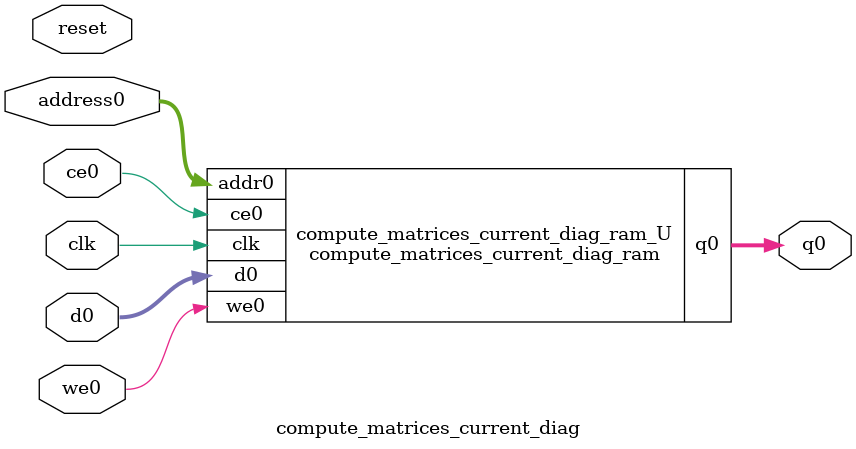
<source format=v>
`timescale 1 ns / 1 ps
module compute_matrices_current_diag_ram (addr0, ce0, d0, we0, q0,  clk);

parameter DWIDTH = 32;
parameter AWIDTH = 8;
parameter MEM_SIZE = 256;

input[AWIDTH-1:0] addr0;
input ce0;
input[DWIDTH-1:0] d0;
input we0;
output reg[DWIDTH-1:0] q0;
input clk;

reg [DWIDTH-1:0] ram[0:MEM_SIZE-1];




always @(posedge clk)  
begin 
    if (ce0) begin
        if (we0) 
            ram[addr0] <= d0; 
        q0 <= ram[addr0];
    end
end


endmodule

`timescale 1 ns / 1 ps
module compute_matrices_current_diag(
    reset,
    clk,
    address0,
    ce0,
    we0,
    d0,
    q0);

parameter DataWidth = 32'd32;
parameter AddressRange = 32'd256;
parameter AddressWidth = 32'd8;
input reset;
input clk;
input[AddressWidth - 1:0] address0;
input ce0;
input we0;
input[DataWidth - 1:0] d0;
output[DataWidth - 1:0] q0;



compute_matrices_current_diag_ram compute_matrices_current_diag_ram_U(
    .clk( clk ),
    .addr0( address0 ),
    .ce0( ce0 ),
    .we0( we0 ),
    .d0( d0 ),
    .q0( q0 ));

endmodule


</source>
